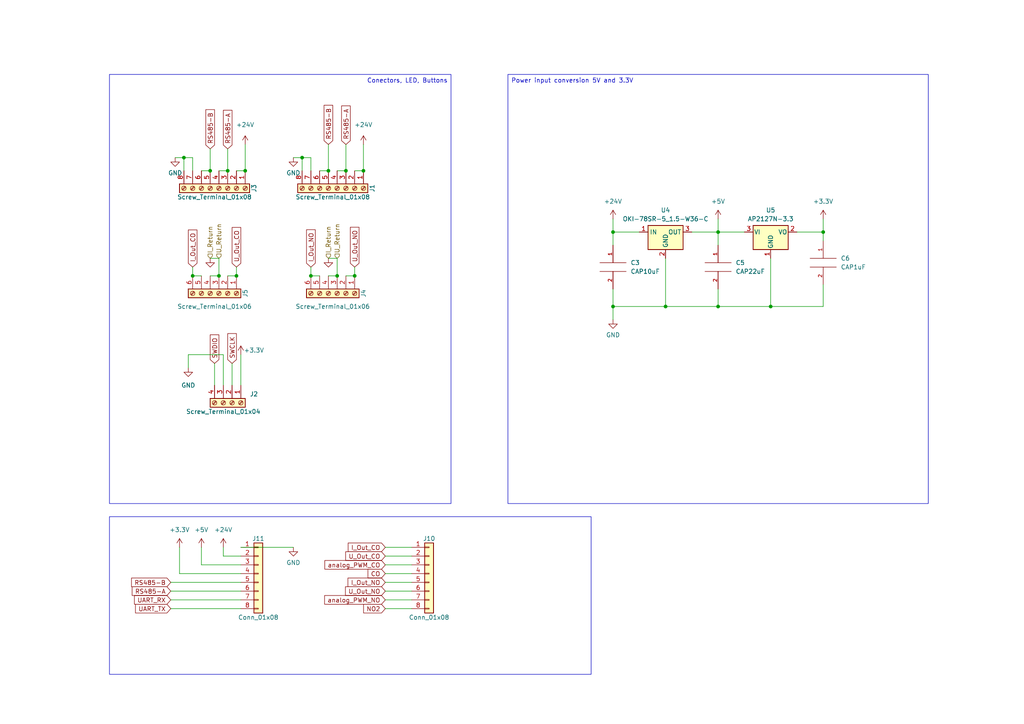
<source format=kicad_sch>
(kicad_sch (version 20230121) (generator eeschema)
  (paper "A4")
  (title_block (title "NO-CO Gas sensor") (date "2023-09-27") (comment 1 "Author: Felix Sarbach"))
  (lib_symbols
    (symbol "Connector:Screw_Terminal_01x04" (pin_names (offset 1.016) hide)
      (property "Reference" "J" (at 0 5.08 0))
      (property "Value" "Screw_Terminal_01x04" (at 0 -7.62 0))
      (symbol "Screw_Terminal_01x04_1_1"
        (rectangle (start -1.27 3.81) (end 1.27 -6.35) (stroke (width 0.254)) (fill (type background)))
        (circle (center 0 -5.08) (radius 0.635) (stroke (width 0.1524)))
        (circle (center 0 -2.54) (radius 0.635) (stroke (width 0.1524)))
        (polyline (pts (xy -0.5334 -4.7498) (xy 0.3302 -5.588)) (stroke (width 0.1524)))
        (polyline (pts (xy -0.5334 -2.2098) (xy 0.3302 -3.048)) (stroke (width 0.1524)))
        (polyline (pts (xy -0.5334 0.3302) (xy 0.3302 -0.508)) (stroke (width 0.1524)))
        (polyline (pts (xy -0.5334 2.8702) (xy 0.3302 2.032)) (stroke (width 0.1524)))
        (polyline (pts (xy -0.3556 -4.572) (xy 0.508 -5.4102)) (stroke (width 0.1524)))
        (polyline (pts (xy -0.3556 -2.032) (xy 0.508 -2.8702)) (stroke (width 0.1524)))
        (polyline (pts (xy -0.3556 0.508) (xy 0.508 -0.3302)) (stroke (width 0.1524)))
        (polyline (pts (xy -0.3556 3.048) (xy 0.508 2.2098)) (stroke (width 0.1524)))
        (circle (center 0 0) (radius 0.635) (stroke (width 0.1524)))
        (circle (center 0 2.54) (radius 0.635) (stroke (width 0.1524)))
        (pin passive line (at -5.08 2.54 0) (length 3.81) (name "Pin_1") (number "1"))
        (pin passive line (at -5.08 0 0) (length 3.81) (name "Pin_2") (number "2"))
        (pin passive line (at -5.08 -2.54 0) (length 3.81) (name "Pin_3") (number "3"))
        (pin passive line (at -5.08 -5.08 0) (length 3.81) (name "Pin_4") (number "4"))
      )
    )
    (symbol "Connector:Screw_Terminal_01x06" (pin_names (offset 1.016) hide)
      (property "Reference" "J" (at 0 7.62 0))
      (property "Value" "Screw_Terminal_01x06" (at 0 -10.16 0))
      (symbol "Screw_Terminal_01x06_1_1"
        (rectangle (start -1.27 6.35) (end 1.27 -8.89) (stroke (width 0.254)) (fill (type background)))
        (circle (center 0 -7.62) (radius 0.635) (stroke (width 0.1524)))
        (circle (center 0 -5.08) (radius 0.635) (stroke (width 0.1524)))
        (circle (center 0 -2.54) (radius 0.635) (stroke (width 0.1524)))
        (polyline (pts (xy -0.5334 -7.2898) (xy 0.3302 -8.128)) (stroke (width 0.1524)))
        (polyline (pts (xy -0.5334 -4.7498) (xy 0.3302 -5.588)) (stroke (width 0.1524)))
        (polyline (pts (xy -0.5334 -2.2098) (xy 0.3302 -3.048)) (stroke (width 0.1524)))
        (polyline (pts (xy -0.5334 0.3302) (xy 0.3302 -0.508)) (stroke (width 0.1524)))
        (polyline (pts (xy -0.5334 2.8702) (xy 0.3302 2.032)) (stroke (width 0.1524)))
        (polyline (pts (xy -0.5334 5.4102) (xy 0.3302 4.572)) (stroke (width 0.1524)))
        (polyline (pts (xy -0.3556 -7.112) (xy 0.508 -7.9502)) (stroke (width 0.1524)))
        (polyline (pts (xy -0.3556 -4.572) (xy 0.508 -5.4102)) (stroke (width 0.1524)))
        (polyline (pts (xy -0.3556 -2.032) (xy 0.508 -2.8702)) (stroke (width 0.1524)))
        (polyline (pts (xy -0.3556 0.508) (xy 0.508 -0.3302)) (stroke (width 0.1524)))
        (polyline (pts (xy -0.3556 3.048) (xy 0.508 2.2098)) (stroke (width 0.1524)))
        (polyline (pts (xy -0.3556 5.588) (xy 0.508 4.7498)) (stroke (width 0.1524)))
        (circle (center 0 0) (radius 0.635) (stroke (width 0.1524)))
        (circle (center 0 2.54) (radius 0.635) (stroke (width 0.1524)))
        (circle (center 0 5.08) (radius 0.635) (stroke (width 0.1524)))
        (pin passive line (at -5.08 5.08 0) (length 3.81) (name "Pin_1") (number "1"))
        (pin passive line (at -5.08 2.54 0) (length 3.81) (name "Pin_2") (number "2"))
        (pin passive line (at -5.08 0 0) (length 3.81) (name "Pin_3") (number "3"))
        (pin passive line (at -5.08 -2.54 0) (length 3.81) (name "Pin_4") (number "4"))
        (pin passive line (at -5.08 -5.08 0) (length 3.81) (name "Pin_5") (number "5"))
        (pin passive line (at -5.08 -7.62 0) (length 3.81) (name "Pin_6") (number "6"))
      )
    )
    (symbol "Connector:Screw_Terminal_01x08" (pin_names (offset 1.016) hide)
      (property "Reference" "J" (at 0 10.16 0))
      (property "Value" "Screw_Terminal_01x08" (at 0 -12.7 0))
      (symbol "Screw_Terminal_01x08_1_1"
        (rectangle (start -1.27 8.89) (end 1.27 -11.43) (stroke (width 0.254)) (fill (type background)))
        (circle (center 0 -10.16) (radius 0.635) (stroke (width 0.1524)))
        (circle (center 0 -7.62) (radius 0.635) (stroke (width 0.1524)))
        (circle (center 0 -5.08) (radius 0.635) (stroke (width 0.1524)))
        (circle (center 0 -2.54) (radius 0.635) (stroke (width 0.1524)))
        (polyline (pts (xy -0.5334 -9.8298) (xy 0.3302 -10.668)) (stroke (width 0.1524)))
        (polyline (pts (xy -0.5334 -7.2898) (xy 0.3302 -8.128)) (stroke (width 0.1524)))
        (polyline (pts (xy -0.5334 -4.7498) (xy 0.3302 -5.588)) (stroke (width 0.1524)))
        (polyline (pts (xy -0.5334 -2.2098) (xy 0.3302 -3.048)) (stroke (width 0.1524)))
        (polyline (pts (xy -0.5334 0.3302) (xy 0.3302 -0.508)) (stroke (width 0.1524)))
        (polyline (pts (xy -0.5334 2.8702) (xy 0.3302 2.032)) (stroke (width 0.1524)))
        (polyline (pts (xy -0.5334 5.4102) (xy 0.3302 4.572)) (stroke (width 0.1524)))
        (polyline (pts (xy -0.5334 7.9502) (xy 0.3302 7.112)) (stroke (width 0.1524)))
        (polyline (pts (xy -0.3556 -9.652) (xy 0.508 -10.4902)) (stroke (width 0.1524)))
        (polyline (pts (xy -0.3556 -7.112) (xy 0.508 -7.9502)) (stroke (width 0.1524)))
        (polyline (pts (xy -0.3556 -4.572) (xy 0.508 -5.4102)) (stroke (width 0.1524)))
        (polyline (pts (xy -0.3556 -2.032) (xy 0.508 -2.8702)) (stroke (width 0.1524)))
        (polyline (pts (xy -0.3556 0.508) (xy 0.508 -0.3302)) (stroke (width 0.1524)))
        (polyline (pts (xy -0.3556 3.048) (xy 0.508 2.2098)) (stroke (width 0.1524)))
        (polyline (pts (xy -0.3556 5.588) (xy 0.508 4.7498)) (stroke (width 0.1524)))
        (polyline (pts (xy -0.3556 8.128) (xy 0.508 7.2898)) (stroke (width 0.1524)))
        (circle (center 0 0) (radius 0.635) (stroke (width 0.1524)))
        (circle (center 0 2.54) (radius 0.635) (stroke (width 0.1524)))
        (circle (center 0 5.08) (radius 0.635) (stroke (width 0.1524)))
        (circle (center 0 7.62) (radius 0.635) (stroke (width 0.1524)))
        (pin passive line (at -5.08 7.62 0) (length 3.81) (name "Pin_1") (number "1"))
        (pin passive line (at -5.08 5.08 0) (length 3.81) (name "Pin_2") (number "2"))
        (pin passive line (at -5.08 2.54 0) (length 3.81) (name "Pin_3") (number "3"))
        (pin passive line (at -5.08 0 0) (length 3.81) (name "Pin_4") (number "4"))
        (pin passive line (at -5.08 -2.54 0) (length 3.81) (name "Pin_5") (number "5"))
        (pin passive line (at -5.08 -5.08 0) (length 3.81) (name "Pin_6") (number "6"))
        (pin passive line (at -5.08 -7.62 0) (length 3.81) (name "Pin_7") (number "7"))
        (pin passive line (at -5.08 -10.16 0) (length 3.81) (name "Pin_8") (number "8"))
      )
    )
    (symbol "Connector_Generic:Conn_01x08" (pin_names (offset 1.016) hide)
      (property "Reference" "J" (at 0 10.16 0))
      (property "Value" "Conn_01x08" (at 0 -12.7 0))
      (symbol "Conn_01x08_1_1"
        (rectangle (start -1.27 -10.033) (end 0 -10.287) (stroke (width 0.1524)))
        (rectangle (start -1.27 -7.493) (end 0 -7.747) (stroke (width 0.1524)))
        (rectangle (start -1.27 -4.953) (end 0 -5.207) (stroke (width 0.1524)))
        (rectangle (start -1.27 -2.413) (end 0 -2.667) (stroke (width 0.1524)))
        (rectangle (start -1.27 0.127) (end 0 -0.127) (stroke (width 0.1524)))
        (rectangle (start -1.27 2.667) (end 0 2.413) (stroke (width 0.1524)))
        (rectangle (start -1.27 5.207) (end 0 4.953) (stroke (width 0.1524)))
        (rectangle (start -1.27 7.747) (end 0 7.493) (stroke (width 0.1524)))
        (rectangle (start -1.27 8.89) (end 1.27 -11.43) (stroke (width 0.254)) (fill (type background)))
        (pin passive line (at -5.08 7.62 0) (length 3.81) (name "Pin_1") (number "1"))
        (pin passive line (at -5.08 5.08 0) (length 3.81) (name "Pin_2") (number "2"))
        (pin passive line (at -5.08 2.54 0) (length 3.81) (name "Pin_3") (number "3"))
        (pin passive line (at -5.08 0 0) (length 3.81) (name "Pin_4") (number "4"))
        (pin passive line (at -5.08 -2.54 0) (length 3.81) (name "Pin_5") (number "5"))
        (pin passive line (at -5.08 -5.08 0) (length 3.81) (name "Pin_6") (number "6"))
        (pin passive line (at -5.08 -7.62 0) (length 3.81) (name "Pin_7") (number "7"))
        (pin passive line (at -5.08 -10.16 0) (length 3.81) (name "Pin_8") (number "8"))
      )
    )
    (symbol "Converter_DCDC:OKI-78SR-5_1.5-W36-C"
      (property "Reference" "U" (at -3.81 3.175 0))
      (property "Value" "OKI-78SR-5_1.5-W36-C" (at 0 3.175 0))
      (symbol "OKI-78SR-5_1.5-W36-C_0_1"
        (rectangle (start -5.08 1.905) (end 5.08 -5.08) (stroke (width 0.254)) (fill (type background)))
      )
      (symbol "OKI-78SR-5_1.5-W36-C_1_1"
        (pin power_in line (at -7.62 0 0) (length 2.54) (name "IN") (number "1"))
        (pin power_in line (at 0 -7.62 90) (length 2.54) (name "GND") (number "2"))
        (pin power_out line (at 7.62 0 180) (length 2.54) (name "OUT") (number "3"))
      )
    )
    (symbol "Regulator_Linear:AP2127N-3.3" (pin_names (offset 0.254))
      (property "Reference" "U" (at -3.81 3.175 0))
      (property "Value" "AP2127N-3.3" (at 0 3.175 0))
      (symbol "AP2127N-3.3_0_1"
        (rectangle (start -5.08 1.905) (end 5.08 -5.08) (stroke (width 0.254)) (fill (type background)))
      )
      (symbol "AP2127N-3.3_1_1"
        (pin power_in line (at 0 -7.62 90) (length 2.54) (name "GND") (number "1"))
        (pin power_out line (at 7.62 0 180) (length 2.54) (name "VO") (number "2"))
        (pin power_in line (at -7.62 0 0) (length 2.54) (name "VI") (number "3"))
      )
    )
    (symbol "power:+24V" (power) (pin_names (offset 0))
      (property "Value" "+24V" (at 0 3.556 0))
      (symbol "+24V_0_1"
        (polyline (pts (xy -0.762 1.27) (xy 0 2.54)))
        (polyline (pts (xy 0 0) (xy 0 2.54)))
        (polyline (pts (xy 0 2.54) (xy 0.762 1.27)))
      )
      (symbol "+24V_1_1"
        (pin power_in line (at 0 0 90) (length 0) hide (name "+24V") (number "1"))
      )
    )
    (symbol "power:+3.3V" (power) (pin_names (offset 0))
      (property "Value" "+3.3V" (at 0 3.556 0))
      (symbol "+3.3V_0_1"
        (polyline (pts (xy -0.762 1.27) (xy 0 2.54)))
        (polyline (pts (xy 0 0) (xy 0 2.54)))
        (polyline (pts (xy 0 2.54) (xy 0.762 1.27)))
      )
      (symbol "+3.3V_1_1"
        (pin power_in line (at 0 0 90) (length 0) hide (name "+3.3V") (number "1"))
      )
    )
    (symbol "power:+5V" (power) (pin_names (offset 0))
      (property "Value" "+5V" (at 0 3.556 0))
      (symbol "+5V_0_1"
        (polyline (pts (xy -0.762 1.27) (xy 0 2.54)))
        (polyline (pts (xy 0 0) (xy 0 2.54)))
        (polyline (pts (xy 0 2.54) (xy 0.762 1.27)))
      )
      (symbol "+5V_1_1"
        (pin power_in line (at 0 0 90) (length 0) hide (name "+5V") (number "1"))
      )
    )
    (symbol "power:GND" (power) (pin_names (offset 0))
      (property "Value" "GND" (at 0 -3.81 0))
      (symbol "GND_0_1"
        (polyline (pts (xy 0 0) (xy 0 -1.27) (xy 1.27 -1.27) (xy 0 -2.54) (xy -1.27 -1.27) (xy 0 -1.27)))
      )
      (symbol "GND_1_1"
        (pin power_in line (at 0 0 270) (length 0) hide (name "GND") (number "1"))
      )
    )
    (symbol "pspice:CAP" (pin_names (offset 0.254))
      (property "Reference" "C" (at 2.54 3.81 90))
      (property "Value" "CAP" (at 2.54 -3.81 90))
      (symbol "CAP_0_1"
        (polyline (pts (xy -3.81 -1.27) (xy 3.81 -1.27)))
        (polyline (pts (xy -3.81 1.27) (xy 3.81 1.27)))
      )
      (symbol "CAP_1_1"
        (pin passive line (at 0 6.35 270) (length 5.08) (name "~") (number "1"))
        (pin passive line (at 0 -6.35 90) (length 5.08) (name "~") (number "2"))
      )
    )
  )
  (junction (at 66.04 49.53))
  (junction (at 55.88 80.01))
  (junction (at 95.25 49.53))
  (junction (at 177.8 67.31))
  (junction (at 238.76 67.31))
  (junction (at 193.04 88.9))
  (junction (at 177.8 88.9))
  (junction (at 68.58 80.01))
  (junction (at 90.17 80.01))
  (junction (at 87.63 45.72))
  (junction (at 105.41 49.53))
  (junction (at 208.28 67.31))
  (junction (at 71.12 49.53))
  (junction (at 97.79 80.01))
  (junction (at 100.33 49.53))
  (junction (at 53.34 45.72))
  (junction (at 60.96 49.53))
  (junction (at 223.52 88.9))
  (junction (at 208.28 88.9))
  (junction (at 63.5 80.01))
  (junction (at 102.87 80.01))
  (wire (pts (xy 100.33 41.91) (xy 100.33 49.53)))
  (wire (pts (xy 111.76 161.29) (xy 119.38 161.29)))
  (wire (pts (xy 69.85 166.37) (xy 52.07 166.37)))
  (wire (pts (xy 55.88 80.01) (xy 58.42 80.01)))
  (wire (pts (xy 50.8 45.72) (xy 53.34 45.72)))
  (wire (pts (xy 66.04 43.18) (xy 66.04 49.53)))
  (wire (pts (xy 193.04 88.9) (xy 208.28 88.9)))
  (wire (pts (xy 111.76 173.99) (xy 119.38 173.99)))
  (wire (pts (xy 69.85 158.75) (xy 85.09 158.75)))
  (wire (pts (xy 85.09 45.72) (xy 87.63 45.72)))
  (wire (pts (xy 87.63 45.72) (xy 90.17 45.72)))
  (wire (pts (xy 111.76 166.37) (xy 119.38 166.37)))
  (wire (pts (xy 238.76 82.55) (xy 238.76 88.9)))
  (wire (pts (xy 69.85 163.83) (xy 58.42 163.83)))
  (wire (pts (xy 105.41 41.91) (xy 105.41 49.53)))
  (wire (pts (xy 111.76 168.91) (xy 119.38 168.91)))
  (wire (pts (xy 49.53 171.45) (xy 69.85 171.45)))
  (wire (pts (xy 111.76 176.53) (xy 119.38 176.53)))
  (wire (pts (xy 177.8 67.31) (xy 185.42 67.31)))
  (wire (pts (xy 111.76 171.45) (xy 119.38 171.45)))
  (wire (pts (xy 69.85 102.87) (xy 69.85 111.76)))
  (wire (pts (xy 54.61 106.68) (xy 54.61 102.87)))
  (wire (pts (xy 54.61 102.87) (xy 64.77 102.87)))
  (wire (pts (xy 68.58 77.47) (xy 68.58 80.01)))
  (wire (pts (xy 177.8 63.5) (xy 177.8 67.31)))
  (wire (pts (xy 95.25 80.01) (xy 97.79 80.01)))
  (wire (pts (xy 55.88 77.47) (xy 55.88 80.01)))
  (wire (pts (xy 68.58 80.01) (xy 66.04 80.01)))
  (wire (pts (xy 177.8 88.9) (xy 193.04 88.9)))
  (wire (pts (xy 111.76 163.83) (xy 119.38 163.83)))
  (wire (pts (xy 193.04 74.93) (xy 193.04 88.9)))
  (wire (pts (xy 102.87 77.47) (xy 102.87 80.01)))
  (wire (pts (xy 231.14 67.31) (xy 238.76 67.31)))
  (wire (pts (xy 53.34 45.72) (xy 53.34 49.53)))
  (wire (pts (xy 200.66 67.31) (xy 208.28 67.31)))
  (wire (pts (xy 71.12 41.91) (xy 71.12 49.53)))
  (wire (pts (xy 60.96 80.01) (xy 63.5 80.01)))
  (wire (pts (xy 49.53 176.53) (xy 69.85 176.53)))
  (wire (pts (xy 95.25 41.91) (xy 95.25 49.53)))
  (wire (pts (xy 90.17 49.53) (xy 90.17 45.72)))
  (wire (pts (xy 67.31 105.41) (xy 67.31 111.76)))
  (wire (pts (xy 90.17 77.47) (xy 90.17 80.01)))
  (wire (pts (xy 177.8 88.9) (xy 177.8 92.71)))
  (wire (pts (xy 52.07 166.37) (xy 52.07 158.75)))
  (wire (pts (xy 208.28 63.5) (xy 208.28 67.31)))
  (wire (pts (xy 208.28 67.31) (xy 215.9 67.31)))
  (wire (pts (xy 63.5 74.93) (xy 63.5 80.01)))
  (wire (pts (xy 55.88 49.53) (xy 55.88 45.72)))
  (wire (pts (xy 49.53 173.99) (xy 69.85 173.99)))
  (wire (pts (xy 53.34 45.72) (xy 55.88 45.72)))
  (wire (pts (xy 60.96 43.18) (xy 60.96 49.53)))
  (wire (pts (xy 111.76 158.75) (xy 119.38 158.75)))
  (wire (pts (xy 95.25 74.93) (xy 97.79 74.93)))
  (wire (pts (xy 64.77 102.87) (xy 64.77 111.76)))
  (wire (pts (xy 69.85 161.29) (xy 64.77 161.29)))
  (wire (pts (xy 208.28 88.9) (xy 223.52 88.9)))
  (wire (pts (xy 238.76 88.9) (xy 223.52 88.9)))
  (wire (pts (xy 92.71 49.53) (xy 95.25 49.53)))
  (wire (pts (xy 102.87 49.53) (xy 105.41 49.53)))
  (wire (pts (xy 62.23 105.41) (xy 62.23 111.76)))
  (wire (pts (xy 58.42 163.83) (xy 58.42 158.75)))
  (wire (pts (xy 49.53 168.91) (xy 69.85 168.91)))
  (wire (pts (xy 90.17 80.01) (xy 92.71 80.01)))
  (wire (pts (xy 97.79 74.93) (xy 97.79 80.01)))
  (wire (pts (xy 177.8 67.31) (xy 177.8 71.12)))
  (wire (pts (xy 58.42 49.53) (xy 60.96 49.53)))
  (wire (pts (xy 238.76 63.5) (xy 238.76 67.31)))
  (wire (pts (xy 208.28 83.82) (xy 208.28 88.9)))
  (wire (pts (xy 60.96 74.93) (xy 63.5 74.93)))
  (wire (pts (xy 64.77 161.29) (xy 64.77 158.75)))
  (wire (pts (xy 238.76 67.31) (xy 238.76 69.85)))
  (wire (pts (xy 208.28 67.31) (xy 208.28 71.12)))
  (wire (pts (xy 68.58 49.53) (xy 71.12 49.53)))
  (wire (pts (xy 87.63 45.72) (xy 87.63 49.53)))
  (wire (pts (xy 97.79 49.53) (xy 100.33 49.53)))
  (wire (pts (xy 100.33 80.01) (xy 102.87 80.01)))
  (wire (pts (xy 223.52 88.9) (xy 223.52 74.93)))
  (wire (pts (xy 63.5 49.53) (xy 66.04 49.53)))
  (wire (pts (xy 177.8 83.82) (xy 177.8 88.9)))
  (rectangle (start 31.75 149.86) (end 171.45 195.58))
  (text_box "Power input conversion 5V and 3.3V" (at 147.32 21.59 0) (size 121.92 124.46) (effects (font (size 1.27 1.27)) (justify left top)))
  (text_box "Conectors, LED, Buttons" (at 31.75 21.59 0) (size 99.06 124.46) (effects (font (size 1.27 1.27)) (justify right top)))
  (global_label "RS485-A" (shape input) (at 49.53 171.45 180) (property "Intersheetrefs" "${INTERSHEET_REFS}" (effects hide)))
  (global_label "U_Out_NO" (shape input) (at 102.87 77.47 90) (property "Intersheetrefs" "${INTERSHEET_REFS}" (effects hide)))
  (global_label "I_Out_NO" (shape input) (at 111.76 168.91 180) (property "Intersheetrefs" "${INTERSHEET_REFS}" (effects hide)))
  (global_label "SWCLK" (shape input) (at 67.31 105.41 90) (property "Intersheetrefs" "${INTERSHEET_REFS}" (effects hide)))
  (global_label "NO2" (shape input) (at 111.76 176.53 180) (property "Intersheetrefs" "${INTERSHEET_REFS}" (effects hide)))
  (global_label "RS485-B" (shape input) (at 60.96 43.18 90) (property "Intersheetrefs" "${INTERSHEET_REFS}" (effects hide)))
  (global_label "U_Out_NO" (shape input) (at 111.76 171.45 180) (property "Intersheetrefs" "${INTERSHEET_REFS}" (effects hide)))
  (global_label "analog_PWM_NO" (shape input) (at 111.76 173.99 180) (property "Intersheetrefs" "${INTERSHEET_REFS}" (effects hide)))
  (global_label "SWDIO" (shape input) (at 62.23 105.41 90) (property "Intersheetrefs" "${INTERSHEET_REFS}" (effects hide)))
  (global_label "U_Out_CO" (shape input) (at 111.76 161.29 180) (property "Intersheetrefs" "${INTERSHEET_REFS}" (effects hide)))
  (global_label "RS485-B" (shape input) (at 49.53 168.91 180) (property "Intersheetrefs" "${INTERSHEET_REFS}" (effects hide)))
  (global_label "U_Out_CO" (shape input) (at 68.58 77.47 90) (property "Intersheetrefs" "${INTERSHEET_REFS}" (effects hide)))
  (global_label "RS485-B" (shape input) (at 95.25 41.91 90) (property "Intersheetrefs" "${INTERSHEET_REFS}" (effects hide)))
  (global_label "CO" (shape input) (at 111.76 166.37 180) (property "Intersheetrefs" "${INTERSHEET_REFS}" (effects hide)))
  (global_label "UART_RX" (shape input) (at 49.53 173.99 180) (property "Intersheetrefs" "${INTERSHEET_REFS}" (effects hide)))
  (global_label "I_Out_CO" (shape input) (at 55.88 77.47 90) (property "Intersheetrefs" "${INTERSHEET_REFS}" (effects hide)))
  (global_label "I_Out_NO" (shape input) (at 90.17 77.47 90) (property "Intersheetrefs" "${INTERSHEET_REFS}" (effects hide)))
  (global_label "I_Out_CO" (shape input) (at 111.76 158.75 180) (property "Intersheetrefs" "${INTERSHEET_REFS}" (effects hide)))
  (global_label "UART_TX" (shape input) (at 49.53 176.53 180) (property "Intersheetrefs" "${INTERSHEET_REFS}" (effects hide)))
  (global_label "RS485-A" (shape input) (at 66.04 43.18 90) (property "Intersheetrefs" "${INTERSHEET_REFS}" (effects hide)))
  (global_label "analog_PWM_CO" (shape input) (at 111.76 163.83 180) (property "Intersheetrefs" "${INTERSHEET_REFS}" (effects hide)))
  (global_label "RS485-A" (shape input) (at 100.33 41.91 90) (property "Intersheetrefs" "${INTERSHEET_REFS}" (effects hide)))
  (hierarchical_label "U_Return" (shape input) (at 97.79 74.93 90))
  (hierarchical_label "I_Return" (shape input) (at 95.25 74.93 90))
  (hierarchical_label "I_Return" (shape input) (at 60.96 74.93 90))
  (hierarchical_label "U_Return" (shape input) (at 63.5 74.93 90))
  (symbol (lib_id "Connector_Generic:Conn_01x08") (at 124.46 166.37 0) (unit 1)
    (property "Reference" "J10" (at 124.46 156.21 0))
    (property "Value" "Conn_01x08" (at 124.46 179.07 0))
    (property "Footprint" "Connector_PinHeader_2.54mm:PinHeader_1x08_P2.54mm_Vertical" (effects hide))
  )
  (symbol (lib_id "power:+3.3V") (at 52.07 158.75 0) (unit 1)
    (property "Reference" "#PWR033" (effects hide))
    (property "Value" "+3.3V" (at 52.07 153.67 0))
    (instances (project "RS485-Gassensor-Dev" (path "" (reference "#PWR033") (unit 1)) (path "" (reference "#PWR054") (unit 1))))
  )
  (symbol (lib_id "Connector:Screw_Terminal_01x04") (at 67.31 116.84 270) (unit 1)
    (property "Reference" "J2" (at 73.66 114.3 90))
    (property "Value" "Screw_Terminal_01x04" (at 64.77 119.38 90))
    (property "Footprint" "Connector_PinHeader_2.54mm:PinHeader_1x04_P2.54mm_Vertical" (effects hide))
  )
  (symbol (lib_id "power:GND") (at 85.09 45.72 0) (unit 1)
    (property "Reference" "#PWR041" (effects hide))
    (property "Value" "GND" (at 85.09 50.165 0))
    (instances (project "RS485-Gassensor-Dev" (path "" (reference "#PWR041") (unit 1)) (path "" (reference "#PWR032") (unit 1))))
  )
  (symbol (lib_id "pspice:CAP") (at 177.8 77.47 0) (unit 1)
    (property "Reference" "C3" (at 182.88 76.2 0) (effects (justify left)))
    (property "Value" "CAP10uF" (at 182.88 78.74 0) (effects (justify left)))
    (property "Footprint" "Capacitor_SMD:C_1206_3216Metric" (effects hide))
  )
  (symbol (lib_id "pspice:CAP") (at 208.28 77.47 0) (unit 1)
    (property "Reference" "C5" (at 213.36 76.2 0) (effects (justify left)))
    (property "Value" "CAP22uF" (at 213.36 78.74 0) (effects (justify left)))
    (property "Footprint" "Capacitor_SMD:C_1206_3216Metric" (effects hide))
  )
  (symbol (lib_id "power:+24V") (at 64.77 158.75 0) (unit 1)
    (property "Reference" "#PWR022" (effects hide))
    (property "Value" "+24V" (at 64.77 153.67 0))
    (instances (project "RS485-Gassensor-Dev" (path "" (reference "#PWR022") (unit 1)) (path "" (reference "#PWR052") (unit 1))))
  )
  (symbol (lib_id "power:+3.3V") (at 238.76 63.5 0) (unit 1)
    (property "Reference" "#PWR033" (effects hide))
    (property "Value" "+3.3V" (at 238.76 58.42 0))
  )
  (symbol (lib_id "Connector_Generic:Conn_01x08") (at 74.93 166.37 0) (unit 1)
    (property "Reference" "J11" (at 74.93 156.21 0))
    (property "Value" "Conn_01x08" (at 74.93 179.07 0))
    (property "Footprint" "Connector_PinHeader_2.54mm:PinHeader_1x08_P2.54mm_Vertical" (effects hide))
  )
  (symbol (lib_id "power:+5V") (at 58.42 158.75 0) (unit 1)
    (property "Reference" "#PWR026" (effects hide))
    (property "Value" "+5V" (at 58.42 153.67 0))
    (instances (project "RS485-Gassensor-Dev" (path "" (reference "#PWR026") (unit 1)) (path "" (reference "#PWR053") (unit 1))))
  )
  (symbol (lib_id "power:GND") (at 60.96 74.93 0) (unit 1)
    (property "Reference" "#PWR048" (effects hide))
    (property "Value" "GND" (effects hide))
    (instances (project "RS485-Gassensor-Dev" (path "" (reference "#PWR048") (unit 1)) (path "" (reference "#PWR07") (unit 1))))
  )
  (symbol (lib_id "Connector:Screw_Terminal_01x08") (at 97.79 54.61 270) (unit 1)
    (property "Reference" "J1" (at 107.95 54.61 0))
    (property "Value" "Screw_Terminal_01x08" (at 96.52 57.15 90))
    (property "Footprint" "Connector_Phoenix_SPT:1862068" (effects hide))
    (instances (project "RS485-Gassensor-Dev" (path "" (reference "J1") (unit 1)) (path "" (reference "J3") (unit 1))))
  )
  (symbol (lib_id "power:GND") (at 95.25 74.93 0) (unit 1)
    (property "Reference" "#PWR032" (effects hide))
    (property "Value" "GND" (effects hide))
    (instances (project "RS485-Gassensor-Dev" (path "" (reference "#PWR032") (unit 1)) (path "" (reference "#PWR040") (unit 1))))
  )
  (symbol (lib_id "power:+24V") (at 177.8 63.5 0) (unit 1)
    (property "Reference" "#PWR022" (effects hide))
    (property "Value" "+24V" (at 177.8 58.42 0))
  )
  (symbol (lib_id "Connector:Screw_Terminal_01x08") (at 63.5 54.61 270) (unit 1)
    (property "Reference" "J3" (at 73.66 54.61 0))
    (property "Value" "Screw_Terminal_01x08" (at 62.23 57.15 90))
    (property "Footprint" "Connector_Phoenix_SPT:1862068" (effects hide))
    (instances (project "RS485-Gassensor-Dev" (path "" (reference "J3") (unit 1)) (path "" (reference "J1") (unit 1))))
  )
  (symbol (lib_id "power:GND") (at 54.61 106.68 0) (unit 1)
    (property "Reference" "#PWR02" (effects hide))
    (property "Value" "GND" (at 54.61 111.76 0))
  )
  (symbol (lib_id "Converter_DCDC:OKI-78SR-5_1.5-W36-C") (at 193.04 67.31 0) (unit 1)
    (property "Reference" "U4" (at 193.04 60.96 0))
    (property "Value" "OKI-78SR-5_1.5-W36-C" (at 193.04 63.5 0))
    (property "Footprint" "Converter_DCDC:Converter_DCDC_Murata_OKI-78SR_Vertical" (effects hide))
    (property "Datasheet" "https://power.murata.com/data/power/oki-78sr.pdf" (effects hide))
  )
  (symbol (lib_id "power:GND") (at 50.8 45.72 0) (unit 1)
    (property "Reference" "#PWR01" (effects hide))
    (property "Value" "GND" (at 50.8 50.165 0))
  )
  (symbol (lib_id "Regulator_Linear:AP2127N-3.3") (at 223.52 67.31 0) (unit 1)
    (property "Reference" "U5" (at 223.52 60.96 0))
    (property "Value" "AP2127N-3.3" (at 223.52 63.5 0))
    (property "Footprint" "Package_TO_SOT_SMD:SOT-23" (effects hide))
    (property "Datasheet" "https://www.diodes.com/assets/Datasheets/AP2127.pdf" (effects hide))
  )
  (symbol (lib_id "power:+5V") (at 208.28 63.5 0) (unit 1)
    (property "Reference" "#PWR026" (effects hide))
    (property "Value" "+5V" (at 208.28 58.42 0))
  )
  (symbol (lib_id "Connector:Screw_Terminal_01x06") (at 97.79 85.09 270) (unit 1)
    (property "Reference" "J4" (at 105.41 85.09 0))
    (property "Value" "Screw_Terminal_01x06" (at 96.52 88.9 90))
    (property "Footprint" "Connector_Phoenix_SPT:1071000" (effects hide))
  )
  (symbol (lib_id "power:GND") (at 177.8 92.71 0) (unit 1)
    (property "Reference" "#PWR023" (effects hide))
    (property "Value" "GND" (at 177.8 97.155 0))
  )
  (symbol (lib_id "power:+3.3V") (at 69.85 102.87 0) (unit 1)
    (property "Reference" "#PWR07" (effects hide))
    (property "Value" "+3.3V" (at 73.66 101.6 0))
    (instances (project "RS485-Gassensor-Dev" (path "" (reference "#PWR07") (unit 1)) (path "" (reference "#PWR029") (unit 1))))
  )
  (symbol (lib_id "power:GND") (at 85.09 158.75 0) (unit 1)
    (property "Reference" "#PWR023" (effects hide))
    (property "Value" "GND" (at 85.09 163.195 0))
    (instances (project "RS485-Gassensor-Dev" (path "" (reference "#PWR023") (unit 1)) (path "" (reference "#PWR055") (unit 1))))
  )
  (symbol (lib_id "power:+24V") (at 105.41 41.91 0) (unit 1)
    (property "Reference" "#PWR042" (effects hide))
    (property "Value" "+24V" (at 105.41 36.195 0))
    (instances (project "RS485-Gassensor-Dev" (path "" (reference "#PWR042") (unit 1)) (path "" (reference "#PWR048") (unit 1))))
  )
  (symbol (lib_id "Connector:Screw_Terminal_01x06") (at 63.5 85.09 270) (unit 1)
    (property "Reference" "J5" (at 71.12 85.09 0))
    (property "Value" "Screw_Terminal_01x06" (at 62.23 88.9 90))
    (property "Footprint" "Connector_Phoenix_SPT:1071000" (effects hide))
  )
  (symbol (lib_id "power:+24V") (at 71.12 41.91 0) (unit 1)
    (property "Reference" "#PWR06" (effects hide))
    (property "Value" "+24V" (at 71.12 36.195 0))
    (instances (project "RS485-Gassensor-Dev" (path "" (reference "#PWR06") (unit 1)) (path "" (reference "#PWR030") (unit 1))))
  )
  (symbol (lib_id "pspice:CAP") (at 238.76 76.2 0) (unit 1)
    (property "Reference" "C6" (at 243.84 74.93 0) (effects (justify left)))
    (property "Value" "CAP1uF" (at 243.84 77.47 0) (effects (justify left)))
    (property "Footprint" "Capacitor_SMD:C_1206_3216Metric" (effects hide))
  )
)
</source>
